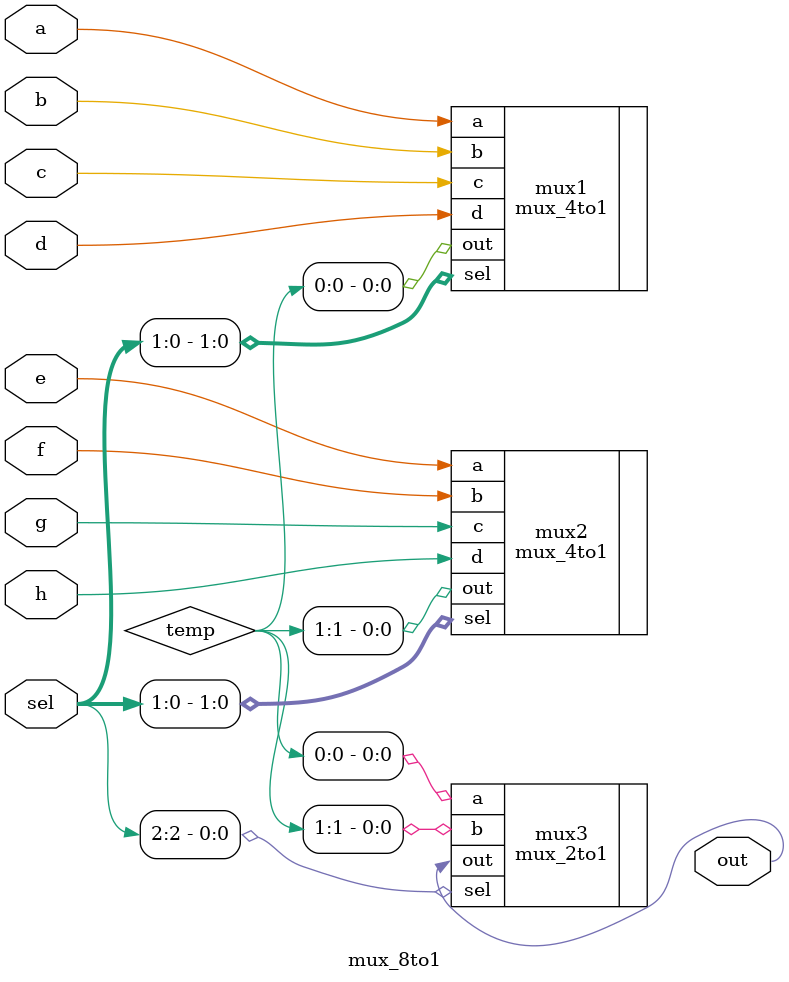
<source format=v>
`timescale 1ns / 1ps


module mux_8to1(
    input a,b,c,d,e,f,g,h,
    input [2:0] sel,
    output out
);

    wire [1:0] temp;

    // 첫 번째 레벨: 2개의 4to1 MUX
    mux_4to1 mux1(
        .a(a), //mux1의 입력 a에 in[0]을 연결
        .b(b), //mux1의 입력 b에 in[1]을 연결
        .c(c), //mux1의 입력 c에 in[2]을 연결
        .d(d), //mux1의 입력 d에 in[3]을 연결
        .sel(sel[1:0]),
        .out(temp[0])
    );

    mux_4to1 mux2(
        .a(e), //mux2의 입력 a에 in[4]을 연결
        .b(f), //mux2의 입력 b에 in[5]을 연결
        .c(g), //mux2의 입력 c에 in[6]을 연결
        .d(h), //mux2의 입력 d에 in[7]을 연결
        .sel(sel[1:0]),
        .out(temp[1])
    );

    // 두 번째 레벨: 1개의 2to1 MUX 
    mux_2to1 mux3(
        .a(temp[0]),
        .b(temp[1]),
        .sel(sel[2]),
        .out(out)
    );


endmodule
</source>
